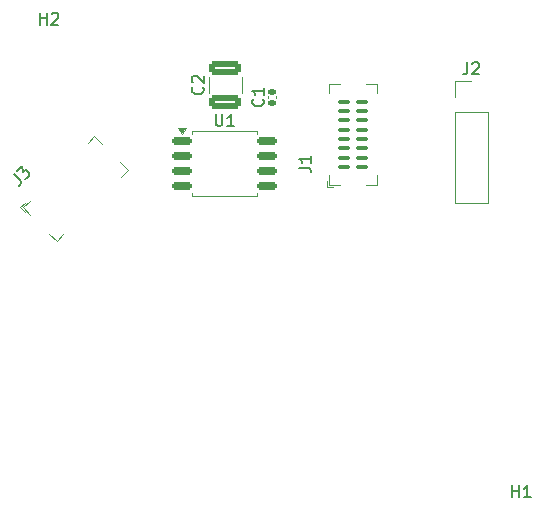
<source format=gbr>
%TF.GenerationSoftware,KiCad,Pcbnew,9.0.6*%
%TF.CreationDate,2025-11-24T11:17:01+08:00*%
%TF.ProjectId,gerber,67657262-6572-42e6-9b69-6361645f7063,rev?*%
%TF.SameCoordinates,Original*%
%TF.FileFunction,Legend,Top*%
%TF.FilePolarity,Positive*%
%FSLAX46Y46*%
G04 Gerber Fmt 4.6, Leading zero omitted, Abs format (unit mm)*
G04 Created by KiCad (PCBNEW 9.0.6) date 2025-11-24 11:17:01*
%MOMM*%
%LPD*%
G01*
G04 APERTURE LIST*
G04 Aperture macros list*
%AMRoundRect*
0 Rectangle with rounded corners*
0 $1 Rounding radius*
0 $2 $3 $4 $5 $6 $7 $8 $9 X,Y pos of 4 corners*
0 Add a 4 corners polygon primitive as box body*
4,1,4,$2,$3,$4,$5,$6,$7,$8,$9,$2,$3,0*
0 Add four circle primitives for the rounded corners*
1,1,$1+$1,$2,$3*
1,1,$1+$1,$4,$5*
1,1,$1+$1,$6,$7*
1,1,$1+$1,$8,$9*
0 Add four rect primitives between the rounded corners*
20,1,$1+$1,$2,$3,$4,$5,0*
20,1,$1+$1,$4,$5,$6,$7,0*
20,1,$1+$1,$6,$7,$8,$9,0*
20,1,$1+$1,$8,$9,$2,$3,0*%
%AMHorizOval*
0 Thick line with rounded ends*
0 $1 width*
0 $2 $3 position (X,Y) of the first rounded end (center of the circle)*
0 $4 $5 position (X,Y) of the second rounded end (center of the circle)*
0 Add line between two ends*
20,1,$1,$2,$3,$4,$5,0*
0 Add two circle primitives to create the rounded ends*
1,1,$1,$2,$3*
1,1,$1,$4,$5*%
G04 Aperture macros list end*
%ADD10C,0.150000*%
%ADD11C,0.120000*%
%ADD12C,0.660000*%
%ADD13HorizOval,0.580000X0.148492X0.148492X-0.148492X-0.148492X0*%
%ADD14RoundRect,0.075000X0.247487X-0.353553X0.353553X-0.247487X-0.247487X0.353553X-0.353553X0.247487X0*%
%ADD15C,1.100000*%
%ADD16R,1.700000X1.700000*%
%ADD17C,1.700000*%
%ADD18RoundRect,0.162500X-0.650000X-0.162500X0.650000X-0.162500X0.650000X0.162500X-0.650000X0.162500X0*%
%ADD19RoundRect,0.250000X1.100000X-0.325000X1.100000X0.325000X-1.100000X0.325000X-1.100000X-0.325000X0*%
%ADD20O,0.580000X1.000000*%
%ADD21RoundRect,0.075000X0.425000X-0.075000X0.425000X0.075000X-0.425000X0.075000X-0.425000X-0.075000X0*%
%ADD22C,3.200000*%
%ADD23RoundRect,0.140000X0.170000X-0.140000X0.170000X0.140000X-0.170000X0.140000X-0.170000X-0.140000X0*%
%ADD24C,6.400000*%
G04 APERTURE END LIST*
D10*
X102042602Y-113989541D02*
X102547678Y-114494617D01*
X102547678Y-114494617D02*
X102615022Y-114629304D01*
X102615022Y-114629304D02*
X102615022Y-114763991D01*
X102615022Y-114763991D02*
X102547678Y-114898678D01*
X102547678Y-114898678D02*
X102480335Y-114966022D01*
X102311976Y-113720167D02*
X102749709Y-113282434D01*
X102749709Y-113282434D02*
X102783381Y-113787510D01*
X102783381Y-113787510D02*
X102884396Y-113686495D01*
X102884396Y-113686495D02*
X102985411Y-113652823D01*
X102985411Y-113652823D02*
X103052755Y-113652823D01*
X103052755Y-113652823D02*
X103153770Y-113686495D01*
X103153770Y-113686495D02*
X103322129Y-113854854D01*
X103322129Y-113854854D02*
X103355800Y-113955869D01*
X103355800Y-113955869D02*
X103355800Y-114023212D01*
X103355800Y-114023212D02*
X103322129Y-114124228D01*
X103322129Y-114124228D02*
X103120098Y-114326258D01*
X103120098Y-114326258D02*
X103019083Y-114359930D01*
X103019083Y-114359930D02*
X102951739Y-114359930D01*
X140436666Y-104514819D02*
X140436666Y-105229104D01*
X140436666Y-105229104D02*
X140389047Y-105371961D01*
X140389047Y-105371961D02*
X140293809Y-105467200D01*
X140293809Y-105467200D02*
X140150952Y-105514819D01*
X140150952Y-105514819D02*
X140055714Y-105514819D01*
X140865238Y-104610057D02*
X140912857Y-104562438D01*
X140912857Y-104562438D02*
X141008095Y-104514819D01*
X141008095Y-104514819D02*
X141246190Y-104514819D01*
X141246190Y-104514819D02*
X141341428Y-104562438D01*
X141341428Y-104562438D02*
X141389047Y-104610057D01*
X141389047Y-104610057D02*
X141436666Y-104705295D01*
X141436666Y-104705295D02*
X141436666Y-104800533D01*
X141436666Y-104800533D02*
X141389047Y-104943390D01*
X141389047Y-104943390D02*
X140817619Y-105514819D01*
X140817619Y-105514819D02*
X141436666Y-105514819D01*
X119130595Y-108899819D02*
X119130595Y-109709342D01*
X119130595Y-109709342D02*
X119178214Y-109804580D01*
X119178214Y-109804580D02*
X119225833Y-109852200D01*
X119225833Y-109852200D02*
X119321071Y-109899819D01*
X119321071Y-109899819D02*
X119511547Y-109899819D01*
X119511547Y-109899819D02*
X119606785Y-109852200D01*
X119606785Y-109852200D02*
X119654404Y-109804580D01*
X119654404Y-109804580D02*
X119702023Y-109709342D01*
X119702023Y-109709342D02*
X119702023Y-108899819D01*
X120702023Y-109899819D02*
X120130595Y-109899819D01*
X120416309Y-109899819D02*
X120416309Y-108899819D01*
X120416309Y-108899819D02*
X120321071Y-109042676D01*
X120321071Y-109042676D02*
X120225833Y-109137914D01*
X120225833Y-109137914D02*
X120130595Y-109185533D01*
X118019580Y-106591666D02*
X118067200Y-106639285D01*
X118067200Y-106639285D02*
X118114819Y-106782142D01*
X118114819Y-106782142D02*
X118114819Y-106877380D01*
X118114819Y-106877380D02*
X118067200Y-107020237D01*
X118067200Y-107020237D02*
X117971961Y-107115475D01*
X117971961Y-107115475D02*
X117876723Y-107163094D01*
X117876723Y-107163094D02*
X117686247Y-107210713D01*
X117686247Y-107210713D02*
X117543390Y-107210713D01*
X117543390Y-107210713D02*
X117352914Y-107163094D01*
X117352914Y-107163094D02*
X117257676Y-107115475D01*
X117257676Y-107115475D02*
X117162438Y-107020237D01*
X117162438Y-107020237D02*
X117114819Y-106877380D01*
X117114819Y-106877380D02*
X117114819Y-106782142D01*
X117114819Y-106782142D02*
X117162438Y-106639285D01*
X117162438Y-106639285D02*
X117210057Y-106591666D01*
X117210057Y-106210713D02*
X117162438Y-106163094D01*
X117162438Y-106163094D02*
X117114819Y-106067856D01*
X117114819Y-106067856D02*
X117114819Y-105829761D01*
X117114819Y-105829761D02*
X117162438Y-105734523D01*
X117162438Y-105734523D02*
X117210057Y-105686904D01*
X117210057Y-105686904D02*
X117305295Y-105639285D01*
X117305295Y-105639285D02*
X117400533Y-105639285D01*
X117400533Y-105639285D02*
X117543390Y-105686904D01*
X117543390Y-105686904D02*
X118114819Y-106258332D01*
X118114819Y-106258332D02*
X118114819Y-105639285D01*
X126194819Y-113433333D02*
X126909104Y-113433333D01*
X126909104Y-113433333D02*
X127051961Y-113480952D01*
X127051961Y-113480952D02*
X127147200Y-113576190D01*
X127147200Y-113576190D02*
X127194819Y-113719047D01*
X127194819Y-113719047D02*
X127194819Y-113814285D01*
X127194819Y-112433333D02*
X127194819Y-113004761D01*
X127194819Y-112719047D02*
X126194819Y-112719047D01*
X126194819Y-112719047D02*
X126337676Y-112814285D01*
X126337676Y-112814285D02*
X126432914Y-112909523D01*
X126432914Y-112909523D02*
X126480533Y-113004761D01*
X144238095Y-141304819D02*
X144238095Y-140304819D01*
X144238095Y-140781009D02*
X144809523Y-140781009D01*
X144809523Y-141304819D02*
X144809523Y-140304819D01*
X145809523Y-141304819D02*
X145238095Y-141304819D01*
X145523809Y-141304819D02*
X145523809Y-140304819D01*
X145523809Y-140304819D02*
X145428571Y-140447676D01*
X145428571Y-140447676D02*
X145333333Y-140542914D01*
X145333333Y-140542914D02*
X145238095Y-140590533D01*
X123109580Y-107626666D02*
X123157200Y-107674285D01*
X123157200Y-107674285D02*
X123204819Y-107817142D01*
X123204819Y-107817142D02*
X123204819Y-107912380D01*
X123204819Y-107912380D02*
X123157200Y-108055237D01*
X123157200Y-108055237D02*
X123061961Y-108150475D01*
X123061961Y-108150475D02*
X122966723Y-108198094D01*
X122966723Y-108198094D02*
X122776247Y-108245713D01*
X122776247Y-108245713D02*
X122633390Y-108245713D01*
X122633390Y-108245713D02*
X122442914Y-108198094D01*
X122442914Y-108198094D02*
X122347676Y-108150475D01*
X122347676Y-108150475D02*
X122252438Y-108055237D01*
X122252438Y-108055237D02*
X122204819Y-107912380D01*
X122204819Y-107912380D02*
X122204819Y-107817142D01*
X122204819Y-107817142D02*
X122252438Y-107674285D01*
X122252438Y-107674285D02*
X122300057Y-107626666D01*
X123204819Y-106674285D02*
X123204819Y-107245713D01*
X123204819Y-106959999D02*
X122204819Y-106959999D01*
X122204819Y-106959999D02*
X122347676Y-107055237D01*
X122347676Y-107055237D02*
X122442914Y-107150475D01*
X122442914Y-107150475D02*
X122490533Y-107245713D01*
X104238095Y-101304819D02*
X104238095Y-100304819D01*
X104238095Y-100781009D02*
X104809523Y-100781009D01*
X104809523Y-101304819D02*
X104809523Y-100304819D01*
X105238095Y-100400057D02*
X105285714Y-100352438D01*
X105285714Y-100352438D02*
X105380952Y-100304819D01*
X105380952Y-100304819D02*
X105619047Y-100304819D01*
X105619047Y-100304819D02*
X105714285Y-100352438D01*
X105714285Y-100352438D02*
X105761904Y-100400057D01*
X105761904Y-100400057D02*
X105809523Y-100495295D01*
X105809523Y-100495295D02*
X105809523Y-100590533D01*
X105809523Y-100590533D02*
X105761904Y-100733390D01*
X105761904Y-100733390D02*
X105190476Y-101304819D01*
X105190476Y-101304819D02*
X105809523Y-101304819D01*
D11*
%TO.C,J3*%
X102600166Y-116790990D02*
X102953720Y-117144544D01*
X102600166Y-116790990D02*
X102953720Y-116437437D01*
X102812298Y-116790990D02*
X103448694Y-117427386D01*
X102812298Y-116790990D02*
X103377984Y-116225305D01*
X105669010Y-119647702D02*
X105032614Y-119011306D01*
X105669010Y-119647702D02*
X106234695Y-119082016D01*
X108850990Y-110752298D02*
X108285305Y-111317984D01*
X108850990Y-110752298D02*
X109487386Y-111388694D01*
X111707702Y-113609010D02*
X111142016Y-114174695D01*
X111707702Y-113609010D02*
X111071306Y-112972614D01*
%TO.C,J2*%
X139390000Y-106060000D02*
X140770000Y-106060000D01*
X139390000Y-107440000D02*
X139390000Y-106060000D01*
X139390000Y-108710000D02*
X139390000Y-116440000D01*
X139390000Y-108710000D02*
X142150000Y-108710000D01*
X139390000Y-116440000D02*
X142150000Y-116440000D01*
X142150000Y-108710000D02*
X142150000Y-116440000D01*
%TO.C,U1*%
X117132500Y-110285000D02*
X122652500Y-110285000D01*
X117132500Y-110555000D02*
X117132500Y-110285000D01*
X117132500Y-115805000D02*
X117132500Y-115535000D01*
X122652500Y-110285000D02*
X122652500Y-110555000D01*
X122652500Y-115535000D02*
X122652500Y-115805000D01*
X122652500Y-115805000D02*
X117132500Y-115805000D01*
X116302500Y-110545000D02*
X115962500Y-110075000D01*
X116642500Y-110075000D01*
X116302500Y-110545000D01*
G36*
X116302500Y-110545000D02*
G01*
X115962500Y-110075000D01*
X116642500Y-110075000D01*
X116302500Y-110545000D01*
G37*
%TO.C,C2*%
X118600000Y-107136252D02*
X118600000Y-105713748D01*
X121320000Y-107136252D02*
X121320000Y-105713748D01*
%TO.C,J1*%
X128570000Y-115020000D02*
X128570000Y-114520000D01*
X128570000Y-115020000D02*
X129070000Y-115020000D01*
X128720000Y-106330000D02*
X128720000Y-107130000D01*
X128720000Y-106330000D02*
X129620000Y-106330000D01*
X128720000Y-114870000D02*
X128720000Y-114070000D01*
X128720000Y-114870000D02*
X129620000Y-114870000D01*
X132760000Y-106330000D02*
X131860000Y-106330000D01*
X132760000Y-106330000D02*
X132760000Y-107130000D01*
X132760000Y-114870000D02*
X131860000Y-114870000D01*
X132760000Y-114870000D02*
X132760000Y-114070000D01*
%TO.C,C1*%
X123550000Y-107567836D02*
X123550000Y-107352164D01*
X124270000Y-107567836D02*
X124270000Y-107352164D01*
%TD*%
%LPC*%
D12*
%TO.C,J3*%
X104608350Y-117851650D03*
D13*
X109911650Y-112548350D03*
D14*
X104756842Y-116628356D03*
X105315456Y-116069741D03*
X105874071Y-115511127D03*
X106432685Y-114952513D03*
X106991299Y-114393898D03*
X107549914Y-113835284D03*
X108108528Y-113276670D03*
X108667142Y-112718055D03*
X109741945Y-113792858D03*
X109183330Y-114351472D03*
X108624716Y-114910086D03*
X108066102Y-115468701D03*
X107507487Y-116027315D03*
X106948873Y-116585929D03*
X106390259Y-117144544D03*
X105831644Y-117703158D03*
D15*
X104042664Y-115376777D03*
X107083223Y-118417336D03*
X107436777Y-111982664D03*
X110477336Y-115023223D03*
%TD*%
D16*
%TO.C,J2*%
X140770000Y-107440000D03*
D17*
X140770000Y-109980000D03*
X140770000Y-112520000D03*
X140770000Y-115060000D03*
%TD*%
D18*
%TO.C,U1*%
X116305000Y-111140000D03*
X116305000Y-112410000D03*
X116305000Y-113680000D03*
X116305000Y-114950000D03*
X123480000Y-114950000D03*
X123480000Y-113680000D03*
X123480000Y-112410000D03*
X123480000Y-111140000D03*
%TD*%
D19*
%TO.C,C2*%
X119960000Y-107900000D03*
X119960000Y-104950000D03*
%TD*%
D12*
%TO.C,J1*%
X130740000Y-114350000D03*
D20*
X130740000Y-106850000D03*
D21*
X129980000Y-113380000D03*
X129980000Y-112590000D03*
X129980000Y-111800000D03*
X129980000Y-111010000D03*
X129980000Y-110220000D03*
X129980000Y-109430000D03*
X129980000Y-108640000D03*
X129980000Y-107850000D03*
X131500000Y-107850000D03*
X131500000Y-108640000D03*
X131500000Y-109430000D03*
X131500000Y-110220000D03*
X131500000Y-111010000D03*
X131500000Y-111800000D03*
X131500000Y-112590000D03*
X131500000Y-113380000D03*
D15*
X128590000Y-113000000D03*
X132890000Y-113000000D03*
X128590000Y-108200000D03*
X132890000Y-108200000D03*
%TD*%
D22*
%TO.C,H1*%
X145000000Y-145000000D03*
%TD*%
D23*
%TO.C,C1*%
X123910000Y-107940000D03*
X123910000Y-106980000D03*
%TD*%
D24*
%TO.C,H2*%
X105000000Y-105000000D03*
%TD*%
%LPD*%
M02*

</source>
